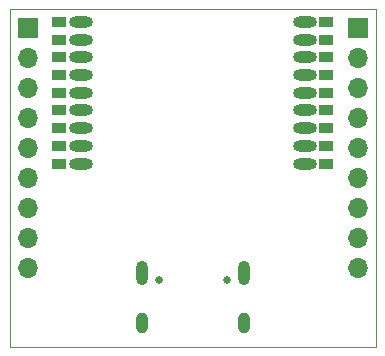
<source format=gbs>
G04 #@! TF.GenerationSoftware,KiCad,Pcbnew,8.0.4-8.0.4-0~ubuntu24.04.1*
G04 #@! TF.CreationDate,2024-08-29T21:10:08+02:00*
G04 #@! TF.ProjectId,ESP32-C3-WROOM_flexypin,45535033-322d-4433-932d-57524f4f4d5f,rev?*
G04 #@! TF.SameCoordinates,Original*
G04 #@! TF.FileFunction,Soldermask,Bot*
G04 #@! TF.FilePolarity,Negative*
%FSLAX46Y46*%
G04 Gerber Fmt 4.6, Leading zero omitted, Abs format (unit mm)*
G04 Created by KiCad (PCBNEW 8.0.4-8.0.4-0~ubuntu24.04.1) date 2024-08-29 21:10:08*
%MOMM*%
%LPD*%
G01*
G04 APERTURE LIST*
%ADD10R,1.700000X1.700000*%
%ADD11O,1.700000X1.700000*%
%ADD12O,2.000000X0.950000*%
%ADD13R,1.300000X0.900000*%
%ADD14C,0.650000*%
%ADD15O,1.000000X2.100000*%
%ADD16O,1.000000X1.800000*%
G04 #@! TA.AperFunction,Profile*
%ADD17C,0.100000*%
G04 #@! TD*
G04 APERTURE END LIST*
D10*
X162052000Y-81788000D03*
D11*
X162052000Y-84328000D03*
X162052000Y-86868000D03*
X162052000Y-89408000D03*
X162052000Y-91948000D03*
X162052000Y-94488000D03*
X162052000Y-97028000D03*
X162052000Y-99568000D03*
X162052000Y-102108000D03*
D10*
X134112000Y-81788000D03*
D11*
X134112000Y-84328000D03*
X134112000Y-86868000D03*
X134112000Y-89408000D03*
X134112000Y-91948000D03*
X134112000Y-94488000D03*
X134112000Y-97028000D03*
X134112000Y-99568000D03*
X134112000Y-102108000D03*
D12*
X138600000Y-81275000D03*
X138600000Y-84275000D03*
X138600000Y-85775000D03*
X138600000Y-87275000D03*
X138600000Y-88775000D03*
X138600000Y-90275000D03*
X138600000Y-91775000D03*
X138600000Y-93275000D03*
D13*
X136750000Y-81275000D03*
X136750000Y-82775000D03*
D12*
X138600000Y-82775000D03*
D13*
X136750000Y-84275000D03*
X136750000Y-85775000D03*
X136750000Y-87275000D03*
X136750000Y-88775000D03*
X136750000Y-90275000D03*
X136750000Y-91775000D03*
X136750000Y-93275000D03*
D14*
X145192000Y-103095000D03*
X150972000Y-103095000D03*
D15*
X143762000Y-102575000D03*
D16*
X143762000Y-106775000D03*
D15*
X152402000Y-102575000D03*
D16*
X152402000Y-106775000D03*
D12*
X157550000Y-93275000D03*
X157550000Y-91775000D03*
X157550000Y-90275000D03*
X157550000Y-85775000D03*
X157550000Y-84275000D03*
X157550000Y-82775000D03*
X157550000Y-81275000D03*
D13*
X159400000Y-93275000D03*
X159400000Y-91775000D03*
X159400000Y-90275000D03*
X159400000Y-88775000D03*
D12*
X157550000Y-88775000D03*
D13*
X159400000Y-87275000D03*
D12*
X157550000Y-87275000D03*
D13*
X159400000Y-85775000D03*
X159400000Y-84275000D03*
X159400000Y-82775000D03*
X159400000Y-81275000D03*
D17*
X132588000Y-80200000D02*
X163576000Y-80200000D01*
X163576000Y-108800000D02*
X132588000Y-108800000D01*
X163576000Y-80200000D02*
X163576000Y-108800000D01*
X132588000Y-108800000D02*
X132588000Y-80200000D01*
M02*

</source>
